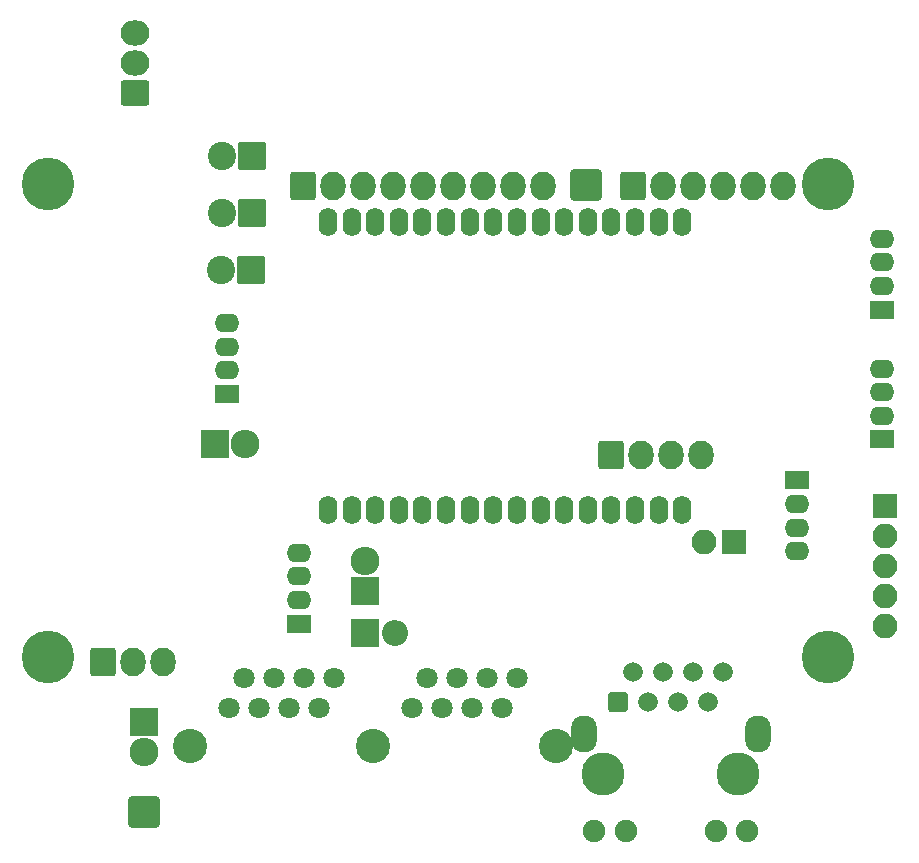
<source format=gbs>
G04 #@! TF.GenerationSoftware,KiCad,Pcbnew,6.0.11-2627ca5db0~126~ubuntu22.04.1*
G04 #@! TF.CreationDate,2023-02-09T17:38:32+01:00*
G04 #@! TF.ProjectId,SRSE2,53525345-322e-46b6-9963-61645f706362,1.81*
G04 #@! TF.SameCoordinates,Original*
G04 #@! TF.FileFunction,Soldermask,Bot*
G04 #@! TF.FilePolarity,Negative*
%FSLAX46Y46*%
G04 Gerber Fmt 4.6, Leading zero omitted, Abs format (unit mm)*
G04 Created by KiCad (PCBNEW 6.0.11-2627ca5db0~126~ubuntu22.04.1) date 2023-02-09 17:38:32*
%MOMM*%
%LPD*%
G01*
G04 APERTURE LIST*
G04 Aperture macros list*
%AMRoundRect*
0 Rectangle with rounded corners*
0 $1 Rounding radius*
0 $2 $3 $4 $5 $6 $7 $8 $9 X,Y pos of 4 corners*
0 Add a 4 corners polygon primitive as box body*
4,1,4,$2,$3,$4,$5,$6,$7,$8,$9,$2,$3,0*
0 Add four circle primitives for the rounded corners*
1,1,$1+$1,$2,$3*
1,1,$1+$1,$4,$5*
1,1,$1+$1,$6,$7*
1,1,$1+$1,$8,$9*
0 Add four rect primitives between the rounded corners*
20,1,$1+$1,$2,$3,$4,$5,0*
20,1,$1+$1,$4,$5,$6,$7,0*
20,1,$1+$1,$6,$7,$8,$9,0*
20,1,$1+$1,$8,$9,$2,$3,0*%
G04 Aperture macros list end*
%ADD10C,4.464000*%
%ADD11RoundRect,0.200000X-1.000000X1.000000X-1.000000X-1.000000X1.000000X-1.000000X1.000000X1.000000X0*%
%ADD12C,2.400000*%
%ADD13C,1.800000*%
%ADD14C,2.900000*%
%ADD15RoundRect,0.200000X0.863600X-1.016000X0.863600X1.016000X-0.863600X1.016000X-0.863600X-1.016000X0*%
%ADD16O,2.127200X2.432000*%
%ADD17RoundRect,0.200000X1.016000X1.016000X-1.016000X1.016000X-1.016000X-1.016000X1.016000X-1.016000X0*%
%ADD18O,2.432000X2.432000*%
%ADD19RoundRect,0.200000X1.016000X-1.016000X1.016000X1.016000X-1.016000X1.016000X-1.016000X-1.016000X0*%
%ADD20C,3.650000*%
%ADD21RoundRect,0.200000X-0.635000X-0.635000X0.635000X-0.635000X0.635000X0.635000X-0.635000X0.635000X0*%
%ADD22C,1.670000*%
%ADD23C,1.900000*%
%ADD24O,2.200000X3.143200*%
%ADD25RoundRect,0.200000X1.016000X0.863600X-1.016000X0.863600X-1.016000X-0.863600X1.016000X-0.863600X0*%
%ADD26O,2.432000X2.127200*%
%ADD27O,2.200000X2.200000*%
%ADD28RoundRect,0.200000X0.849630X-0.599440X0.849630X0.599440X-0.849630X0.599440X-0.849630X-0.599440X0*%
%ADD29O,2.099260X1.598880*%
%ADD30RoundRect,0.200000X-0.849630X0.599440X-0.849630X-0.599440X0.849630X-0.599440X0.849630X0.599440X0*%
%ADD31RoundRect,0.200000X-1.016000X-1.016000X1.016000X-1.016000X1.016000X1.016000X-1.016000X1.016000X0*%
%ADD32RoundRect,0.200000X-1.117600X-1.117600X1.117600X-1.117600X1.117600X1.117600X-1.117600X1.117600X0*%
%ADD33RoundRect,0.200000X-0.850000X-0.850000X0.850000X-0.850000X0.850000X0.850000X-0.850000X0.850000X0*%
%ADD34O,2.100000X2.100000*%
%ADD35RoundRect,0.200000X-0.850000X0.850000X-0.850000X-0.850000X0.850000X-0.850000X0.850000X0.850000X0*%
%ADD36O,1.600000X2.400000*%
G04 APERTURE END LIST*
D10*
X108000000Y-130000000D03*
X174000000Y-130000000D03*
X174000000Y-90000000D03*
X108000000Y-90000000D03*
D11*
X125175800Y-97255800D03*
D12*
X122635800Y-97255800D03*
D11*
X125225000Y-92400000D03*
D12*
X122685000Y-92400000D03*
D11*
X125225000Y-87600000D03*
D12*
X122685000Y-87600000D03*
D13*
X123317000Y-134312500D03*
X124587000Y-131772500D03*
X125857000Y-134312500D03*
X127127000Y-131772500D03*
X128397000Y-134312500D03*
X129667000Y-131772500D03*
X130937000Y-134312500D03*
X132207000Y-131772500D03*
D14*
X120012000Y-137602500D03*
X135512000Y-137602500D03*
D15*
X157480000Y-90170000D03*
D16*
X160020000Y-90170000D03*
X162560000Y-90170000D03*
X165100000Y-90170000D03*
X167640000Y-90170000D03*
X170180000Y-90170000D03*
D15*
X129540000Y-90170000D03*
D16*
X132080000Y-90170000D03*
X134620000Y-90170000D03*
X137160000Y-90170000D03*
X139700000Y-90170000D03*
X142240000Y-90170000D03*
X144780000Y-90170000D03*
X147320000Y-90170000D03*
X149860000Y-90170000D03*
D17*
X134848600Y-124460000D03*
D18*
X134848600Y-121920000D03*
D19*
X122118200Y-112014000D03*
D18*
X124658200Y-112014000D03*
D20*
X166433500Y-139954000D03*
X155003500Y-139954000D03*
D21*
X156273500Y-133858000D03*
D22*
X157543500Y-131318000D03*
X158813500Y-133858000D03*
X160083500Y-131318000D03*
X161353500Y-133858000D03*
X162623500Y-131318000D03*
X163893500Y-133858000D03*
X165163500Y-131318000D03*
D23*
X154241500Y-144780000D03*
X156908500Y-144780000D03*
X164528500Y-144780000D03*
X167195500Y-144780000D03*
D24*
X153352500Y-136525000D03*
X168084500Y-136525000D03*
D13*
X138811000Y-134312500D03*
X140081000Y-131772500D03*
X141351000Y-134312500D03*
X142621000Y-131772500D03*
X143891000Y-134312500D03*
X145161000Y-131772500D03*
X146431000Y-134312500D03*
X147701000Y-131772500D03*
D14*
X151006000Y-137602500D03*
D25*
X115350000Y-82300000D03*
D26*
X115350000Y-79760000D03*
X115350000Y-77220000D03*
D19*
X134848600Y-127990600D03*
D27*
X137388600Y-127990600D03*
D28*
X178562000Y-100614480D03*
D29*
X178562000Y-98612960D03*
X178562000Y-96611440D03*
X178562000Y-94612460D03*
D28*
X178612800Y-111612680D03*
D29*
X178612800Y-109611160D03*
X178612800Y-107609640D03*
X178612800Y-105610660D03*
D28*
X129270000Y-127212280D03*
D29*
X129270000Y-125210760D03*
X129270000Y-123209240D03*
X129270000Y-121210260D03*
D30*
X171425000Y-115072720D03*
D29*
X171425000Y-117074240D03*
X171425000Y-119075760D03*
X171425000Y-121074740D03*
D15*
X112610000Y-130450000D03*
D16*
X115150000Y-130450000D03*
X117690000Y-130450000D03*
D31*
X116078000Y-135509000D03*
D18*
X116078000Y-138049000D03*
D32*
X116078000Y-143129000D03*
X153543000Y-90043000D03*
D15*
X155638500Y-112966500D03*
D16*
X158178500Y-112966500D03*
X160718500Y-112966500D03*
X163258500Y-112966500D03*
D28*
X123146820Y-107751880D03*
D29*
X123146820Y-105750360D03*
X123146820Y-103748840D03*
X123146820Y-101749860D03*
D33*
X178803300Y-117233700D03*
D34*
X178803300Y-119773700D03*
X178803300Y-122313700D03*
X178803300Y-124853700D03*
X178803300Y-127393700D03*
D35*
X166020000Y-120250000D03*
D34*
X163480000Y-120250000D03*
D36*
X161685000Y-93210000D03*
X159685000Y-93210000D03*
X157685000Y-93210000D03*
X155685000Y-93210000D03*
X153685000Y-93210000D03*
X151685000Y-93210000D03*
X149685000Y-93210000D03*
X147685000Y-93210000D03*
X145685000Y-93210000D03*
X143685000Y-93210000D03*
X141685000Y-93210000D03*
X139685000Y-93210000D03*
X137685000Y-93210000D03*
X135685000Y-93210000D03*
X133685000Y-93210000D03*
X131685000Y-93210000D03*
X131685000Y-117610000D03*
X133685000Y-117610000D03*
X135685000Y-117610000D03*
X137685000Y-117610000D03*
X139685000Y-117610000D03*
X141685000Y-117610000D03*
X143685000Y-117610000D03*
X145685000Y-117610000D03*
X147685000Y-117610000D03*
X149685000Y-117610000D03*
X151685000Y-117610000D03*
X153685000Y-117610000D03*
X155685000Y-117610000D03*
X157685000Y-117610000D03*
X159685000Y-117610000D03*
X161685000Y-117610000D03*
M02*

</source>
